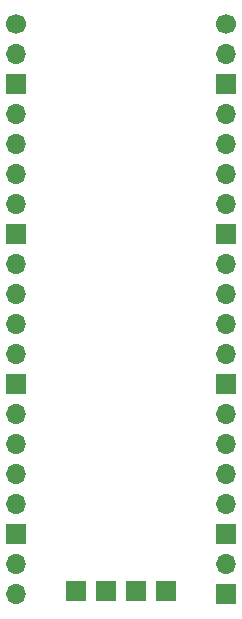
<source format=gbr>
%TF.GenerationSoftware,KiCad,Pcbnew,(6.0.6)*%
%TF.CreationDate,2022-08-26T12:21:53+07:00*%
%TF.ProjectId,test,74657374-2e6b-4696-9361-645f70636258,rev?*%
%TF.SameCoordinates,Original*%
%TF.FileFunction,Copper,L1,Top*%
%TF.FilePolarity,Positive*%
%FSLAX46Y46*%
G04 Gerber Fmt 4.6, Leading zero omitted, Abs format (unit mm)*
G04 Created by KiCad (PCBNEW (6.0.6)) date 2022-08-26 12:21:53*
%MOMM*%
%LPD*%
G01*
G04 APERTURE LIST*
%TA.AperFunction,ComponentPad*%
%ADD10C,1.700000*%
%TD*%
%TA.AperFunction,ComponentPad*%
%ADD11O,1.700000X1.700000*%
%TD*%
%TA.AperFunction,ComponentPad*%
%ADD12R,1.700000X1.700000*%
%TD*%
G04 APERTURE END LIST*
D10*
%TO.P,U1,1,GP0*%
%TO.N,unconnected-(U1-Pad1)*%
X101573000Y-70981000D03*
D11*
%TO.P,U1,2,GP1*%
%TO.N,unconnected-(U1-Pad2)*%
X101573000Y-73521000D03*
D12*
%TO.P,U1,3,GND*%
%TO.N,unconnected-(U1-Pad3)*%
X101573000Y-76061000D03*
D11*
%TO.P,U1,4,GP2*%
%TO.N,unconnected-(U1-Pad4)*%
X101573000Y-78601000D03*
%TO.P,U1,5,GP3*%
%TO.N,unconnected-(U1-Pad5)*%
X101573000Y-81141000D03*
%TO.P,U1,6,GP4*%
%TO.N,unconnected-(U1-Pad6)*%
X101573000Y-83681000D03*
%TO.P,U1,7,GP5*%
%TO.N,unconnected-(U1-Pad7)*%
X101573000Y-86221000D03*
D12*
%TO.P,U1,8,GND*%
%TO.N,unconnected-(U1-Pad8)*%
X101573000Y-88761000D03*
D11*
%TO.P,U1,9,GP6*%
%TO.N,unconnected-(U1-Pad9)*%
X101573000Y-91301000D03*
%TO.P,U1,10,GP7*%
%TO.N,unconnected-(U1-Pad10)*%
X101573000Y-93841000D03*
%TO.P,U1,11,GP8*%
%TO.N,unconnected-(U1-Pad11)*%
X101573000Y-96381000D03*
%TO.P,U1,12,GP9*%
%TO.N,unconnected-(U1-Pad12)*%
X101573000Y-98921000D03*
D12*
%TO.P,U1,13,GND*%
%TO.N,unconnected-(U1-Pad13)*%
X101573000Y-101461000D03*
D11*
%TO.P,U1,14,GP10*%
%TO.N,unconnected-(U1-Pad14)*%
X101573000Y-104001000D03*
%TO.P,U1,15,GP11*%
%TO.N,unconnected-(U1-Pad15)*%
X101573000Y-106541000D03*
%TO.P,U1,16,GP12*%
%TO.N,unconnected-(U1-Pad16)*%
X101573000Y-109081000D03*
%TO.P,U1,17,GP13*%
%TO.N,unconnected-(U1-Pad17)*%
X101573000Y-111621000D03*
D12*
%TO.P,U1,18,GND*%
%TO.N,unconnected-(U1-Pad18)*%
X101573000Y-114161000D03*
D11*
%TO.P,U1,19,GP14*%
%TO.N,unconnected-(U1-Pad19)*%
X101573000Y-116701000D03*
%TO.P,U1,20,GP15*%
%TO.N,unconnected-(U1-Pad20)*%
X101573000Y-119241000D03*
D12*
%TO.P,U1,21,GP16*%
%TO.N,unconnected-(U1-Pad21)*%
X119380000Y-119241000D03*
D11*
%TO.P,U1,22,GP17*%
%TO.N,unconnected-(U1-Pad22)*%
X119380000Y-116701000D03*
D12*
%TO.P,U1,23,GND*%
%TO.N,unconnected-(U1-Pad23)*%
X119380000Y-114173000D03*
D11*
%TO.P,U1,24,GP18*%
%TO.N,unconnected-(U1-Pad24)*%
X119380000Y-111621000D03*
%TO.P,U1,25,GP19*%
%TO.N,unconnected-(U1-Pad25)*%
X119380000Y-109081000D03*
%TO.P,U1,26,GP20*%
%TO.N,unconnected-(U1-Pad26)*%
X119380000Y-106541000D03*
%TO.P,U1,27,GP21*%
%TO.N,unconnected-(U1-Pad27)*%
X119380000Y-104001000D03*
D12*
%TO.P,U1,28,GND*%
%TO.N,unconnected-(U1-Pad28)*%
X119380000Y-101461000D03*
D11*
%TO.P,U1,29,GP22*%
%TO.N,unconnected-(U1-Pad29)*%
X119380000Y-98921000D03*
%TO.P,U1,30,RUN*%
%TO.N,unconnected-(U1-Pad30)*%
X119380000Y-96393000D03*
%TO.P,U1,31,GP26*%
%TO.N,unconnected-(U1-Pad31)*%
X119380000Y-93841000D03*
%TO.P,U1,32,GP27*%
%TO.N,unconnected-(U1-Pad32)*%
X119380000Y-91301000D03*
D12*
%TO.P,U1,33,GND*%
%TO.N,unconnected-(U1-Pad33)*%
X119380000Y-88761000D03*
D11*
%TO.P,U1,34,GP28*%
%TO.N,unconnected-(U1-Pad34)*%
X119380000Y-86221000D03*
%TO.P,U1,35,GP29*%
%TO.N,unconnected-(U1-Pad35)*%
X119380000Y-83681000D03*
%TO.P,U1,36,3V3*%
%TO.N,unconnected-(U1-Pad36)*%
X119380000Y-81141000D03*
%TO.P,U1,37,GP23*%
%TO.N,unconnected-(U1-Pad37)*%
X119380000Y-78601000D03*
D12*
%TO.P,U1,38,GND*%
%TO.N,unconnected-(U1-Pad38)*%
X119380000Y-76061000D03*
D11*
%TO.P,U1,39,VSYS*%
%TO.N,unconnected-(U1-Pad39)*%
X119380000Y-73521000D03*
D10*
%TO.P,U1,40,VBUS*%
%TO.N,unconnected-(U1-Pad40)*%
X119380000Y-70981000D03*
D12*
%TO.P,U1,41,GND*%
%TO.N,unconnected-(U1-Pad41)*%
X106680000Y-118999000D03*
%TO.P,U1,42,SWDIO*%
%TO.N,unconnected-(U1-Pad42)*%
X109220000Y-118999000D03*
%TO.P,U1,43,SWCLK*%
%TO.N,unconnected-(U1-Pad43)*%
X111760000Y-118999000D03*
%TO.P,U1,44,3V3*%
%TO.N,unconnected-(U1-Pad44)*%
X114300000Y-118999000D03*
%TD*%
M02*

</source>
